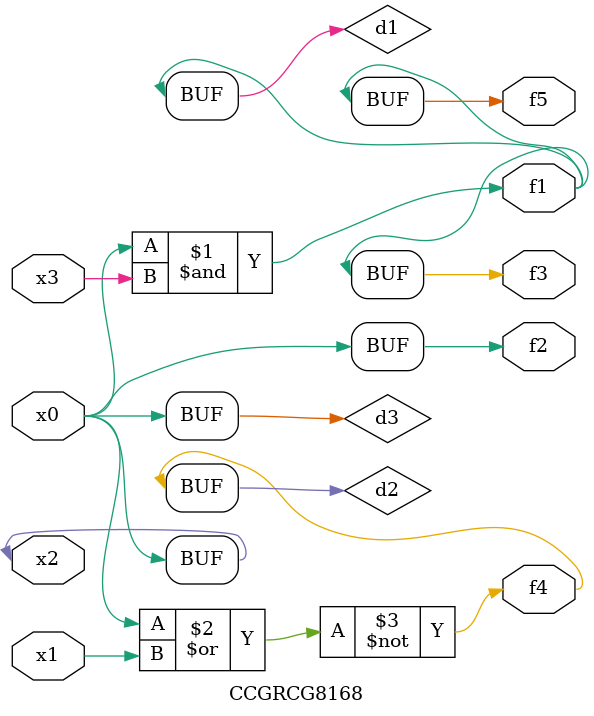
<source format=v>
module CCGRCG8168(
	input x0, x1, x2, x3,
	output f1, f2, f3, f4, f5
);

	wire d1, d2, d3;

	and (d1, x2, x3);
	nor (d2, x0, x1);
	buf (d3, x0, x2);
	assign f1 = d1;
	assign f2 = d3;
	assign f3 = d1;
	assign f4 = d2;
	assign f5 = d1;
endmodule

</source>
